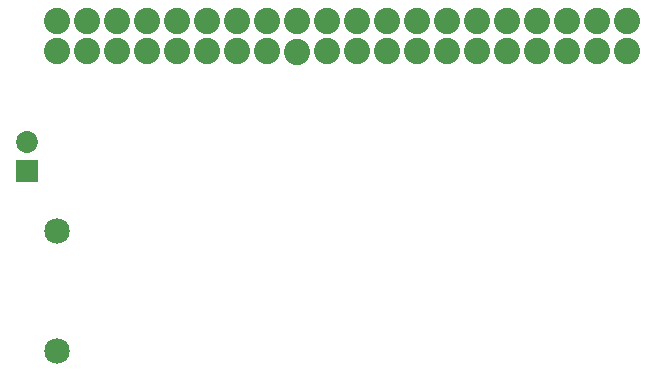
<source format=gbs>
G04 MADE WITH FRITZING*
G04 WWW.FRITZING.ORG*
G04 DOUBLE SIDED*
G04 HOLES PLATED*
G04 CONTOUR ON CENTER OF CONTOUR VECTOR*
%ASAXBY*%
%FSLAX23Y23*%
%MOIN*%
%OFA0B0*%
%SFA1.0B1.0*%
%ADD10C,0.087444*%
%ADD11C,0.085000*%
%ADD12C,0.072992*%
%ADD13R,0.072992X0.072992*%
%LNMASK0*%
G90*
G70*
G54D10*
X329Y1087D03*
X429Y1087D03*
X529Y1087D03*
X629Y1087D03*
X729Y1087D03*
X829Y1087D03*
X929Y1087D03*
X1029Y1087D03*
X1129Y1086D03*
X1229Y1087D03*
X1329Y1087D03*
X1429Y1087D03*
X1529Y1087D03*
X1629Y1087D03*
X1729Y1087D03*
X1829Y1087D03*
X1929Y1087D03*
X2029Y1087D03*
X2130Y1087D03*
X2229Y1087D03*
X2229Y1187D03*
X2130Y1187D03*
X2029Y1187D03*
X1929Y1187D03*
X1829Y1187D03*
X1729Y1187D03*
X1629Y1187D03*
X1529Y1187D03*
X1429Y1187D03*
X1329Y1187D03*
X1229Y1187D03*
X1129Y1187D03*
X1029Y1187D03*
X929Y1187D03*
X829Y1187D03*
X729Y1187D03*
X629Y1187D03*
X529Y1187D03*
X429Y1187D03*
X329Y1187D03*
G54D11*
X329Y487D03*
X329Y87D03*
G54D12*
X229Y687D03*
X229Y786D03*
G54D13*
X229Y687D03*
G04 End of Mask0*
M02*
</source>
